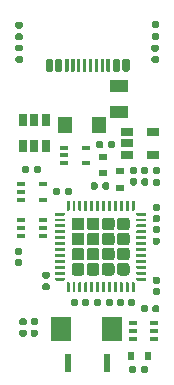
<source format=gbr>
%TF.GenerationSoftware,KiCad,Pcbnew,(5.1.6-0-10_14)*%
%TF.CreationDate,2022-02-28T20:49:00-06:00*%
%TF.ProjectId,Bonsai_C4,426f6e73-6169-45f4-9334-2e6b69636164,rev?*%
%TF.SameCoordinates,Original*%
%TF.FileFunction,Paste,Top*%
%TF.FilePolarity,Positive*%
%FSLAX46Y46*%
G04 Gerber Fmt 4.6, Leading zero omitted, Abs format (unit mm)*
G04 Created by KiCad (PCBNEW (5.1.6-0-10_14)) date 2022-02-28 20:49:00*
%MOMM*%
%LPD*%
G01*
G04 APERTURE LIST*
%ADD10R,0.550000X1.500000*%
%ADD11R,0.650000X1.060000*%
%ADD12R,0.700000X0.600000*%
%ADD13R,1.300000X1.400000*%
%ADD14R,0.650000X0.400000*%
%ADD15R,0.660000X0.300000*%
%ADD16R,0.600000X0.700000*%
%ADD17R,1.060000X0.650000*%
%ADD18R,1.778000X2.032000*%
%ADD19R,1.500000X1.000000*%
G04 APERTURE END LIST*
%TO.C,J3*%
G36*
G01*
X105470000Y-102125000D02*
X105470000Y-102965000D01*
G75*
G02*
X105320000Y-103115000I-150000J0D01*
G01*
X105020000Y-103115000D01*
G75*
G02*
X104870000Y-102965000I0J150000D01*
G01*
X104870000Y-102125000D01*
G75*
G02*
X105020000Y-101975000I150000J0D01*
G01*
X105320000Y-101975000D01*
G75*
G02*
X105470000Y-102125000I0J-150000D01*
G01*
G37*
G36*
G01*
X104670000Y-102125000D02*
X104670000Y-102965000D01*
G75*
G02*
X104520000Y-103115000I-150000J0D01*
G01*
X104220000Y-103115000D01*
G75*
G02*
X104070000Y-102965000I0J150000D01*
G01*
X104070000Y-102125000D01*
G75*
G02*
X104220000Y-101975000I150000J0D01*
G01*
X104520000Y-101975000D01*
G75*
G02*
X104670000Y-102125000I0J-150000D01*
G01*
G37*
G36*
G01*
X110370000Y-102125000D02*
X110370000Y-102965000D01*
G75*
G02*
X110220000Y-103115000I-150000J0D01*
G01*
X109920000Y-103115000D01*
G75*
G02*
X109770000Y-102965000I0J150000D01*
G01*
X109770000Y-102125000D01*
G75*
G02*
X109920000Y-101975000I150000J0D01*
G01*
X110220000Y-101975000D01*
G75*
G02*
X110370000Y-102125000I0J-150000D01*
G01*
G37*
G36*
G01*
X107520000Y-102050000D02*
X107520000Y-103040000D01*
G75*
G02*
X107445000Y-103115000I-75000J0D01*
G01*
X107295000Y-103115000D01*
G75*
G02*
X107220000Y-103040000I0J75000D01*
G01*
X107220000Y-102050000D01*
G75*
G02*
X107295000Y-101975000I75000J0D01*
G01*
X107445000Y-101975000D01*
G75*
G02*
X107520000Y-102050000I0J-75000D01*
G01*
G37*
G36*
G01*
X107020000Y-102050000D02*
X107020000Y-103040000D01*
G75*
G02*
X106945000Y-103115000I-75000J0D01*
G01*
X106795000Y-103115000D01*
G75*
G02*
X106720000Y-103040000I0J75000D01*
G01*
X106720000Y-102050000D01*
G75*
G02*
X106795000Y-101975000I75000J0D01*
G01*
X106945000Y-101975000D01*
G75*
G02*
X107020000Y-102050000I0J-75000D01*
G01*
G37*
G36*
G01*
X106520000Y-102050000D02*
X106520000Y-103040000D01*
G75*
G02*
X106445000Y-103115000I-75000J0D01*
G01*
X106295000Y-103115000D01*
G75*
G02*
X106220000Y-103040000I0J75000D01*
G01*
X106220000Y-102050000D01*
G75*
G02*
X106295000Y-101975000I75000J0D01*
G01*
X106445000Y-101975000D01*
G75*
G02*
X106520000Y-102050000I0J-75000D01*
G01*
G37*
G36*
G01*
X106020000Y-102050000D02*
X106020000Y-103040000D01*
G75*
G02*
X105945000Y-103115000I-75000J0D01*
G01*
X105795000Y-103115000D01*
G75*
G02*
X105720000Y-103040000I0J75000D01*
G01*
X105720000Y-102050000D01*
G75*
G02*
X105795000Y-101975000I75000J0D01*
G01*
X105945000Y-101975000D01*
G75*
G02*
X106020000Y-102050000I0J-75000D01*
G01*
G37*
G36*
G01*
X108020000Y-102050000D02*
X108020000Y-103040000D01*
G75*
G02*
X107945000Y-103115000I-75000J0D01*
G01*
X107795000Y-103115000D01*
G75*
G02*
X107720000Y-103040000I0J75000D01*
G01*
X107720000Y-102050000D01*
G75*
G02*
X107795000Y-101975000I75000J0D01*
G01*
X107945000Y-101975000D01*
G75*
G02*
X108020000Y-102050000I0J-75000D01*
G01*
G37*
G36*
G01*
X108520000Y-102050000D02*
X108520000Y-103040000D01*
G75*
G02*
X108445000Y-103115000I-75000J0D01*
G01*
X108295000Y-103115000D01*
G75*
G02*
X108220000Y-103040000I0J75000D01*
G01*
X108220000Y-102050000D01*
G75*
G02*
X108295000Y-101975000I75000J0D01*
G01*
X108445000Y-101975000D01*
G75*
G02*
X108520000Y-102050000I0J-75000D01*
G01*
G37*
G36*
G01*
X109020000Y-102050000D02*
X109020000Y-103040000D01*
G75*
G02*
X108945000Y-103115000I-75000J0D01*
G01*
X108795000Y-103115000D01*
G75*
G02*
X108720000Y-103040000I0J75000D01*
G01*
X108720000Y-102050000D01*
G75*
G02*
X108795000Y-101975000I75000J0D01*
G01*
X108945000Y-101975000D01*
G75*
G02*
X109020000Y-102050000I0J-75000D01*
G01*
G37*
G36*
G01*
X109520000Y-102050000D02*
X109520000Y-103040000D01*
G75*
G02*
X109445000Y-103115000I-75000J0D01*
G01*
X109295000Y-103115000D01*
G75*
G02*
X109220000Y-103040000I0J75000D01*
G01*
X109220000Y-102050000D01*
G75*
G02*
X109295000Y-101975000I75000J0D01*
G01*
X109445000Y-101975000D01*
G75*
G02*
X109520000Y-102050000I0J-75000D01*
G01*
G37*
G36*
G01*
X111170000Y-102130000D02*
X111170000Y-102960000D01*
G75*
G02*
X111020000Y-103110000I-150000J0D01*
G01*
X110720000Y-103110000D01*
G75*
G02*
X110570000Y-102960000I0J150000D01*
G01*
X110570000Y-102130000D01*
G75*
G02*
X110720000Y-101980000I150000J0D01*
G01*
X111020000Y-101980000D01*
G75*
G02*
X111170000Y-102130000I0J-150000D01*
G01*
G37*
%TD*%
D10*
%TO.C,K1*%
X105995000Y-127780000D03*
X109245000Y-127780000D03*
%TD*%
%TO.C,U3*%
G36*
G01*
X107101717Y-120344717D02*
X106517283Y-120344717D01*
G75*
G02*
X106267283Y-120094717I0J250000D01*
G01*
X106267283Y-119510283D01*
G75*
G02*
X106517283Y-119260283I250000J0D01*
G01*
X107101717Y-119260283D01*
G75*
G02*
X107351717Y-119510283I0J-250000D01*
G01*
X107351717Y-120094717D01*
G75*
G02*
X107101717Y-120344717I-250000J0D01*
G01*
G37*
G36*
G01*
X108376717Y-120344717D02*
X107792283Y-120344717D01*
G75*
G02*
X107542283Y-120094717I0J250000D01*
G01*
X107542283Y-119510283D01*
G75*
G02*
X107792283Y-119260283I250000J0D01*
G01*
X108376717Y-119260283D01*
G75*
G02*
X108626717Y-119510283I0J-250000D01*
G01*
X108626717Y-120094717D01*
G75*
G02*
X108376717Y-120344717I-250000J0D01*
G01*
G37*
G36*
G01*
X109651717Y-120344717D02*
X109067283Y-120344717D01*
G75*
G02*
X108817283Y-120094717I0J250000D01*
G01*
X108817283Y-119510283D01*
G75*
G02*
X109067283Y-119260283I250000J0D01*
G01*
X109651717Y-119260283D01*
G75*
G02*
X109901717Y-119510283I0J-250000D01*
G01*
X109901717Y-120094717D01*
G75*
G02*
X109651717Y-120344717I-250000J0D01*
G01*
G37*
G36*
G01*
X110926717Y-120344717D02*
X110342283Y-120344717D01*
G75*
G02*
X110092283Y-120094717I0J250000D01*
G01*
X110092283Y-119510283D01*
G75*
G02*
X110342283Y-119260283I250000J0D01*
G01*
X110926717Y-119260283D01*
G75*
G02*
X111176717Y-119510283I0J-250000D01*
G01*
X111176717Y-120094717D01*
G75*
G02*
X110926717Y-120344717I-250000J0D01*
G01*
G37*
G36*
G01*
X107101717Y-119069717D02*
X106517283Y-119069717D01*
G75*
G02*
X106267283Y-118819717I0J250000D01*
G01*
X106267283Y-118235283D01*
G75*
G02*
X106517283Y-117985283I250000J0D01*
G01*
X107101717Y-117985283D01*
G75*
G02*
X107351717Y-118235283I0J-250000D01*
G01*
X107351717Y-118819717D01*
G75*
G02*
X107101717Y-119069717I-250000J0D01*
G01*
G37*
G36*
G01*
X108376717Y-119069717D02*
X107792283Y-119069717D01*
G75*
G02*
X107542283Y-118819717I0J250000D01*
G01*
X107542283Y-118235283D01*
G75*
G02*
X107792283Y-117985283I250000J0D01*
G01*
X108376717Y-117985283D01*
G75*
G02*
X108626717Y-118235283I0J-250000D01*
G01*
X108626717Y-118819717D01*
G75*
G02*
X108376717Y-119069717I-250000J0D01*
G01*
G37*
G36*
G01*
X109651717Y-119069717D02*
X109067283Y-119069717D01*
G75*
G02*
X108817283Y-118819717I0J250000D01*
G01*
X108817283Y-118235283D01*
G75*
G02*
X109067283Y-117985283I250000J0D01*
G01*
X109651717Y-117985283D01*
G75*
G02*
X109901717Y-118235283I0J-250000D01*
G01*
X109901717Y-118819717D01*
G75*
G02*
X109651717Y-119069717I-250000J0D01*
G01*
G37*
G36*
G01*
X110926717Y-119069717D02*
X110342283Y-119069717D01*
G75*
G02*
X110092283Y-118819717I0J250000D01*
G01*
X110092283Y-118235283D01*
G75*
G02*
X110342283Y-117985283I250000J0D01*
G01*
X110926717Y-117985283D01*
G75*
G02*
X111176717Y-118235283I0J-250000D01*
G01*
X111176717Y-118819717D01*
G75*
G02*
X110926717Y-119069717I-250000J0D01*
G01*
G37*
G36*
G01*
X107101717Y-117794717D02*
X106517283Y-117794717D01*
G75*
G02*
X106267283Y-117544717I0J250000D01*
G01*
X106267283Y-116960283D01*
G75*
G02*
X106517283Y-116710283I250000J0D01*
G01*
X107101717Y-116710283D01*
G75*
G02*
X107351717Y-116960283I0J-250000D01*
G01*
X107351717Y-117544717D01*
G75*
G02*
X107101717Y-117794717I-250000J0D01*
G01*
G37*
G36*
G01*
X108376717Y-117794717D02*
X107792283Y-117794717D01*
G75*
G02*
X107542283Y-117544717I0J250000D01*
G01*
X107542283Y-116960283D01*
G75*
G02*
X107792283Y-116710283I250000J0D01*
G01*
X108376717Y-116710283D01*
G75*
G02*
X108626717Y-116960283I0J-250000D01*
G01*
X108626717Y-117544717D01*
G75*
G02*
X108376717Y-117794717I-250000J0D01*
G01*
G37*
G36*
G01*
X109651717Y-117794717D02*
X109067283Y-117794717D01*
G75*
G02*
X108817283Y-117544717I0J250000D01*
G01*
X108817283Y-116960283D01*
G75*
G02*
X109067283Y-116710283I250000J0D01*
G01*
X109651717Y-116710283D01*
G75*
G02*
X109901717Y-116960283I0J-250000D01*
G01*
X109901717Y-117544717D01*
G75*
G02*
X109651717Y-117794717I-250000J0D01*
G01*
G37*
G36*
G01*
X110926717Y-117794717D02*
X110342283Y-117794717D01*
G75*
G02*
X110092283Y-117544717I0J250000D01*
G01*
X110092283Y-116960283D01*
G75*
G02*
X110342283Y-116710283I250000J0D01*
G01*
X110926717Y-116710283D01*
G75*
G02*
X111176717Y-116960283I0J-250000D01*
G01*
X111176717Y-117544717D01*
G75*
G02*
X110926717Y-117794717I-250000J0D01*
G01*
G37*
G36*
G01*
X107101717Y-116519717D02*
X106517283Y-116519717D01*
G75*
G02*
X106267283Y-116269717I0J250000D01*
G01*
X106267283Y-115685283D01*
G75*
G02*
X106517283Y-115435283I250000J0D01*
G01*
X107101717Y-115435283D01*
G75*
G02*
X107351717Y-115685283I0J-250000D01*
G01*
X107351717Y-116269717D01*
G75*
G02*
X107101717Y-116519717I-250000J0D01*
G01*
G37*
G36*
G01*
X108376717Y-116519717D02*
X107792283Y-116519717D01*
G75*
G02*
X107542283Y-116269717I0J250000D01*
G01*
X107542283Y-115685283D01*
G75*
G02*
X107792283Y-115435283I250000J0D01*
G01*
X108376717Y-115435283D01*
G75*
G02*
X108626717Y-115685283I0J-250000D01*
G01*
X108626717Y-116269717D01*
G75*
G02*
X108376717Y-116519717I-250000J0D01*
G01*
G37*
G36*
G01*
X109651717Y-116519717D02*
X109067283Y-116519717D01*
G75*
G02*
X108817283Y-116269717I0J250000D01*
G01*
X108817283Y-115685283D01*
G75*
G02*
X109067283Y-115435283I250000J0D01*
G01*
X109651717Y-115435283D01*
G75*
G02*
X109901717Y-115685283I0J-250000D01*
G01*
X109901717Y-116269717D01*
G75*
G02*
X109651717Y-116519717I-250000J0D01*
G01*
G37*
G36*
G01*
X110926717Y-116519717D02*
X110342283Y-116519717D01*
G75*
G02*
X110092283Y-116269717I0J250000D01*
G01*
X110092283Y-115685283D01*
G75*
G02*
X110342283Y-115435283I250000J0D01*
G01*
X110926717Y-115435283D01*
G75*
G02*
X111176717Y-115685283I0J-250000D01*
G01*
X111176717Y-116269717D01*
G75*
G02*
X110926717Y-116519717I-250000J0D01*
G01*
G37*
G36*
G01*
X106034500Y-121765000D02*
X105909500Y-121765000D01*
G75*
G02*
X105847000Y-121702500I0J62500D01*
G01*
X105847000Y-120952500D01*
G75*
G02*
X105909500Y-120890000I62500J0D01*
G01*
X106034500Y-120890000D01*
G75*
G02*
X106097000Y-120952500I0J-62500D01*
G01*
X106097000Y-121702500D01*
G75*
G02*
X106034500Y-121765000I-62500J0D01*
G01*
G37*
G36*
G01*
X106534500Y-121765000D02*
X106409500Y-121765000D01*
G75*
G02*
X106347000Y-121702500I0J62500D01*
G01*
X106347000Y-120952500D01*
G75*
G02*
X106409500Y-120890000I62500J0D01*
G01*
X106534500Y-120890000D01*
G75*
G02*
X106597000Y-120952500I0J-62500D01*
G01*
X106597000Y-121702500D01*
G75*
G02*
X106534500Y-121765000I-62500J0D01*
G01*
G37*
G36*
G01*
X107034500Y-121765000D02*
X106909500Y-121765000D01*
G75*
G02*
X106847000Y-121702500I0J62500D01*
G01*
X106847000Y-120952500D01*
G75*
G02*
X106909500Y-120890000I62500J0D01*
G01*
X107034500Y-120890000D01*
G75*
G02*
X107097000Y-120952500I0J-62500D01*
G01*
X107097000Y-121702500D01*
G75*
G02*
X107034500Y-121765000I-62500J0D01*
G01*
G37*
G36*
G01*
X107534500Y-121765000D02*
X107409500Y-121765000D01*
G75*
G02*
X107347000Y-121702500I0J62500D01*
G01*
X107347000Y-120952500D01*
G75*
G02*
X107409500Y-120890000I62500J0D01*
G01*
X107534500Y-120890000D01*
G75*
G02*
X107597000Y-120952500I0J-62500D01*
G01*
X107597000Y-121702500D01*
G75*
G02*
X107534500Y-121765000I-62500J0D01*
G01*
G37*
G36*
G01*
X108034500Y-121765000D02*
X107909500Y-121765000D01*
G75*
G02*
X107847000Y-121702500I0J62500D01*
G01*
X107847000Y-120952500D01*
G75*
G02*
X107909500Y-120890000I62500J0D01*
G01*
X108034500Y-120890000D01*
G75*
G02*
X108097000Y-120952500I0J-62500D01*
G01*
X108097000Y-121702500D01*
G75*
G02*
X108034500Y-121765000I-62500J0D01*
G01*
G37*
G36*
G01*
X108534500Y-121765000D02*
X108409500Y-121765000D01*
G75*
G02*
X108347000Y-121702500I0J62500D01*
G01*
X108347000Y-120952500D01*
G75*
G02*
X108409500Y-120890000I62500J0D01*
G01*
X108534500Y-120890000D01*
G75*
G02*
X108597000Y-120952500I0J-62500D01*
G01*
X108597000Y-121702500D01*
G75*
G02*
X108534500Y-121765000I-62500J0D01*
G01*
G37*
G36*
G01*
X109034500Y-121765000D02*
X108909500Y-121765000D01*
G75*
G02*
X108847000Y-121702500I0J62500D01*
G01*
X108847000Y-120952500D01*
G75*
G02*
X108909500Y-120890000I62500J0D01*
G01*
X109034500Y-120890000D01*
G75*
G02*
X109097000Y-120952500I0J-62500D01*
G01*
X109097000Y-121702500D01*
G75*
G02*
X109034500Y-121765000I-62500J0D01*
G01*
G37*
G36*
G01*
X109534500Y-121765000D02*
X109409500Y-121765000D01*
G75*
G02*
X109347000Y-121702500I0J62500D01*
G01*
X109347000Y-120952500D01*
G75*
G02*
X109409500Y-120890000I62500J0D01*
G01*
X109534500Y-120890000D01*
G75*
G02*
X109597000Y-120952500I0J-62500D01*
G01*
X109597000Y-121702500D01*
G75*
G02*
X109534500Y-121765000I-62500J0D01*
G01*
G37*
G36*
G01*
X110034500Y-121765000D02*
X109909500Y-121765000D01*
G75*
G02*
X109847000Y-121702500I0J62500D01*
G01*
X109847000Y-120952500D01*
G75*
G02*
X109909500Y-120890000I62500J0D01*
G01*
X110034500Y-120890000D01*
G75*
G02*
X110097000Y-120952500I0J-62500D01*
G01*
X110097000Y-121702500D01*
G75*
G02*
X110034500Y-121765000I-62500J0D01*
G01*
G37*
G36*
G01*
X110534500Y-121765000D02*
X110409500Y-121765000D01*
G75*
G02*
X110347000Y-121702500I0J62500D01*
G01*
X110347000Y-120952500D01*
G75*
G02*
X110409500Y-120890000I62500J0D01*
G01*
X110534500Y-120890000D01*
G75*
G02*
X110597000Y-120952500I0J-62500D01*
G01*
X110597000Y-121702500D01*
G75*
G02*
X110534500Y-121765000I-62500J0D01*
G01*
G37*
G36*
G01*
X111034500Y-121765000D02*
X110909500Y-121765000D01*
G75*
G02*
X110847000Y-121702500I0J62500D01*
G01*
X110847000Y-120952500D01*
G75*
G02*
X110909500Y-120890000I62500J0D01*
G01*
X111034500Y-120890000D01*
G75*
G02*
X111097000Y-120952500I0J-62500D01*
G01*
X111097000Y-121702500D01*
G75*
G02*
X111034500Y-121765000I-62500J0D01*
G01*
G37*
G36*
G01*
X111534500Y-121765000D02*
X111409500Y-121765000D01*
G75*
G02*
X111347000Y-121702500I0J62500D01*
G01*
X111347000Y-120952500D01*
G75*
G02*
X111409500Y-120890000I62500J0D01*
G01*
X111534500Y-120890000D01*
G75*
G02*
X111597000Y-120952500I0J-62500D01*
G01*
X111597000Y-121702500D01*
G75*
G02*
X111534500Y-121765000I-62500J0D01*
G01*
G37*
G36*
G01*
X112534500Y-120765000D02*
X111784500Y-120765000D01*
G75*
G02*
X111722000Y-120702500I0J62500D01*
G01*
X111722000Y-120577500D01*
G75*
G02*
X111784500Y-120515000I62500J0D01*
G01*
X112534500Y-120515000D01*
G75*
G02*
X112597000Y-120577500I0J-62500D01*
G01*
X112597000Y-120702500D01*
G75*
G02*
X112534500Y-120765000I-62500J0D01*
G01*
G37*
G36*
G01*
X112534500Y-120265000D02*
X111784500Y-120265000D01*
G75*
G02*
X111722000Y-120202500I0J62500D01*
G01*
X111722000Y-120077500D01*
G75*
G02*
X111784500Y-120015000I62500J0D01*
G01*
X112534500Y-120015000D01*
G75*
G02*
X112597000Y-120077500I0J-62500D01*
G01*
X112597000Y-120202500D01*
G75*
G02*
X112534500Y-120265000I-62500J0D01*
G01*
G37*
G36*
G01*
X112534500Y-119765000D02*
X111784500Y-119765000D01*
G75*
G02*
X111722000Y-119702500I0J62500D01*
G01*
X111722000Y-119577500D01*
G75*
G02*
X111784500Y-119515000I62500J0D01*
G01*
X112534500Y-119515000D01*
G75*
G02*
X112597000Y-119577500I0J-62500D01*
G01*
X112597000Y-119702500D01*
G75*
G02*
X112534500Y-119765000I-62500J0D01*
G01*
G37*
G36*
G01*
X112534500Y-119265000D02*
X111784500Y-119265000D01*
G75*
G02*
X111722000Y-119202500I0J62500D01*
G01*
X111722000Y-119077500D01*
G75*
G02*
X111784500Y-119015000I62500J0D01*
G01*
X112534500Y-119015000D01*
G75*
G02*
X112597000Y-119077500I0J-62500D01*
G01*
X112597000Y-119202500D01*
G75*
G02*
X112534500Y-119265000I-62500J0D01*
G01*
G37*
G36*
G01*
X112534500Y-118765000D02*
X111784500Y-118765000D01*
G75*
G02*
X111722000Y-118702500I0J62500D01*
G01*
X111722000Y-118577500D01*
G75*
G02*
X111784500Y-118515000I62500J0D01*
G01*
X112534500Y-118515000D01*
G75*
G02*
X112597000Y-118577500I0J-62500D01*
G01*
X112597000Y-118702500D01*
G75*
G02*
X112534500Y-118765000I-62500J0D01*
G01*
G37*
G36*
G01*
X112534500Y-118265000D02*
X111784500Y-118265000D01*
G75*
G02*
X111722000Y-118202500I0J62500D01*
G01*
X111722000Y-118077500D01*
G75*
G02*
X111784500Y-118015000I62500J0D01*
G01*
X112534500Y-118015000D01*
G75*
G02*
X112597000Y-118077500I0J-62500D01*
G01*
X112597000Y-118202500D01*
G75*
G02*
X112534500Y-118265000I-62500J0D01*
G01*
G37*
G36*
G01*
X112534500Y-117765000D02*
X111784500Y-117765000D01*
G75*
G02*
X111722000Y-117702500I0J62500D01*
G01*
X111722000Y-117577500D01*
G75*
G02*
X111784500Y-117515000I62500J0D01*
G01*
X112534500Y-117515000D01*
G75*
G02*
X112597000Y-117577500I0J-62500D01*
G01*
X112597000Y-117702500D01*
G75*
G02*
X112534500Y-117765000I-62500J0D01*
G01*
G37*
G36*
G01*
X112534500Y-117265000D02*
X111784500Y-117265000D01*
G75*
G02*
X111722000Y-117202500I0J62500D01*
G01*
X111722000Y-117077500D01*
G75*
G02*
X111784500Y-117015000I62500J0D01*
G01*
X112534500Y-117015000D01*
G75*
G02*
X112597000Y-117077500I0J-62500D01*
G01*
X112597000Y-117202500D01*
G75*
G02*
X112534500Y-117265000I-62500J0D01*
G01*
G37*
G36*
G01*
X112534500Y-116765000D02*
X111784500Y-116765000D01*
G75*
G02*
X111722000Y-116702500I0J62500D01*
G01*
X111722000Y-116577500D01*
G75*
G02*
X111784500Y-116515000I62500J0D01*
G01*
X112534500Y-116515000D01*
G75*
G02*
X112597000Y-116577500I0J-62500D01*
G01*
X112597000Y-116702500D01*
G75*
G02*
X112534500Y-116765000I-62500J0D01*
G01*
G37*
G36*
G01*
X112534500Y-116265000D02*
X111784500Y-116265000D01*
G75*
G02*
X111722000Y-116202500I0J62500D01*
G01*
X111722000Y-116077500D01*
G75*
G02*
X111784500Y-116015000I62500J0D01*
G01*
X112534500Y-116015000D01*
G75*
G02*
X112597000Y-116077500I0J-62500D01*
G01*
X112597000Y-116202500D01*
G75*
G02*
X112534500Y-116265000I-62500J0D01*
G01*
G37*
G36*
G01*
X112534500Y-115765000D02*
X111784500Y-115765000D01*
G75*
G02*
X111722000Y-115702500I0J62500D01*
G01*
X111722000Y-115577500D01*
G75*
G02*
X111784500Y-115515000I62500J0D01*
G01*
X112534500Y-115515000D01*
G75*
G02*
X112597000Y-115577500I0J-62500D01*
G01*
X112597000Y-115702500D01*
G75*
G02*
X112534500Y-115765000I-62500J0D01*
G01*
G37*
G36*
G01*
X112534500Y-115265000D02*
X111784500Y-115265000D01*
G75*
G02*
X111722000Y-115202500I0J62500D01*
G01*
X111722000Y-115077500D01*
G75*
G02*
X111784500Y-115015000I62500J0D01*
G01*
X112534500Y-115015000D01*
G75*
G02*
X112597000Y-115077500I0J-62500D01*
G01*
X112597000Y-115202500D01*
G75*
G02*
X112534500Y-115265000I-62500J0D01*
G01*
G37*
G36*
G01*
X111534500Y-114890000D02*
X111409500Y-114890000D01*
G75*
G02*
X111347000Y-114827500I0J62500D01*
G01*
X111347000Y-114077500D01*
G75*
G02*
X111409500Y-114015000I62500J0D01*
G01*
X111534500Y-114015000D01*
G75*
G02*
X111597000Y-114077500I0J-62500D01*
G01*
X111597000Y-114827500D01*
G75*
G02*
X111534500Y-114890000I-62500J0D01*
G01*
G37*
G36*
G01*
X111034500Y-114890000D02*
X110909500Y-114890000D01*
G75*
G02*
X110847000Y-114827500I0J62500D01*
G01*
X110847000Y-114077500D01*
G75*
G02*
X110909500Y-114015000I62500J0D01*
G01*
X111034500Y-114015000D01*
G75*
G02*
X111097000Y-114077500I0J-62500D01*
G01*
X111097000Y-114827500D01*
G75*
G02*
X111034500Y-114890000I-62500J0D01*
G01*
G37*
G36*
G01*
X110534500Y-114890000D02*
X110409500Y-114890000D01*
G75*
G02*
X110347000Y-114827500I0J62500D01*
G01*
X110347000Y-114077500D01*
G75*
G02*
X110409500Y-114015000I62500J0D01*
G01*
X110534500Y-114015000D01*
G75*
G02*
X110597000Y-114077500I0J-62500D01*
G01*
X110597000Y-114827500D01*
G75*
G02*
X110534500Y-114890000I-62500J0D01*
G01*
G37*
G36*
G01*
X110034500Y-114890000D02*
X109909500Y-114890000D01*
G75*
G02*
X109847000Y-114827500I0J62500D01*
G01*
X109847000Y-114077500D01*
G75*
G02*
X109909500Y-114015000I62500J0D01*
G01*
X110034500Y-114015000D01*
G75*
G02*
X110097000Y-114077500I0J-62500D01*
G01*
X110097000Y-114827500D01*
G75*
G02*
X110034500Y-114890000I-62500J0D01*
G01*
G37*
G36*
G01*
X109534500Y-114890000D02*
X109409500Y-114890000D01*
G75*
G02*
X109347000Y-114827500I0J62500D01*
G01*
X109347000Y-114077500D01*
G75*
G02*
X109409500Y-114015000I62500J0D01*
G01*
X109534500Y-114015000D01*
G75*
G02*
X109597000Y-114077500I0J-62500D01*
G01*
X109597000Y-114827500D01*
G75*
G02*
X109534500Y-114890000I-62500J0D01*
G01*
G37*
G36*
G01*
X109034500Y-114890000D02*
X108909500Y-114890000D01*
G75*
G02*
X108847000Y-114827500I0J62500D01*
G01*
X108847000Y-114077500D01*
G75*
G02*
X108909500Y-114015000I62500J0D01*
G01*
X109034500Y-114015000D01*
G75*
G02*
X109097000Y-114077500I0J-62500D01*
G01*
X109097000Y-114827500D01*
G75*
G02*
X109034500Y-114890000I-62500J0D01*
G01*
G37*
G36*
G01*
X108534500Y-114890000D02*
X108409500Y-114890000D01*
G75*
G02*
X108347000Y-114827500I0J62500D01*
G01*
X108347000Y-114077500D01*
G75*
G02*
X108409500Y-114015000I62500J0D01*
G01*
X108534500Y-114015000D01*
G75*
G02*
X108597000Y-114077500I0J-62500D01*
G01*
X108597000Y-114827500D01*
G75*
G02*
X108534500Y-114890000I-62500J0D01*
G01*
G37*
G36*
G01*
X108034500Y-114890000D02*
X107909500Y-114890000D01*
G75*
G02*
X107847000Y-114827500I0J62500D01*
G01*
X107847000Y-114077500D01*
G75*
G02*
X107909500Y-114015000I62500J0D01*
G01*
X108034500Y-114015000D01*
G75*
G02*
X108097000Y-114077500I0J-62500D01*
G01*
X108097000Y-114827500D01*
G75*
G02*
X108034500Y-114890000I-62500J0D01*
G01*
G37*
G36*
G01*
X107534500Y-114890000D02*
X107409500Y-114890000D01*
G75*
G02*
X107347000Y-114827500I0J62500D01*
G01*
X107347000Y-114077500D01*
G75*
G02*
X107409500Y-114015000I62500J0D01*
G01*
X107534500Y-114015000D01*
G75*
G02*
X107597000Y-114077500I0J-62500D01*
G01*
X107597000Y-114827500D01*
G75*
G02*
X107534500Y-114890000I-62500J0D01*
G01*
G37*
G36*
G01*
X107034500Y-114890000D02*
X106909500Y-114890000D01*
G75*
G02*
X106847000Y-114827500I0J62500D01*
G01*
X106847000Y-114077500D01*
G75*
G02*
X106909500Y-114015000I62500J0D01*
G01*
X107034500Y-114015000D01*
G75*
G02*
X107097000Y-114077500I0J-62500D01*
G01*
X107097000Y-114827500D01*
G75*
G02*
X107034500Y-114890000I-62500J0D01*
G01*
G37*
G36*
G01*
X106534500Y-114890000D02*
X106409500Y-114890000D01*
G75*
G02*
X106347000Y-114827500I0J62500D01*
G01*
X106347000Y-114077500D01*
G75*
G02*
X106409500Y-114015000I62500J0D01*
G01*
X106534500Y-114015000D01*
G75*
G02*
X106597000Y-114077500I0J-62500D01*
G01*
X106597000Y-114827500D01*
G75*
G02*
X106534500Y-114890000I-62500J0D01*
G01*
G37*
G36*
G01*
X106034500Y-114890000D02*
X105909500Y-114890000D01*
G75*
G02*
X105847000Y-114827500I0J62500D01*
G01*
X105847000Y-114077500D01*
G75*
G02*
X105909500Y-114015000I62500J0D01*
G01*
X106034500Y-114015000D01*
G75*
G02*
X106097000Y-114077500I0J-62500D01*
G01*
X106097000Y-114827500D01*
G75*
G02*
X106034500Y-114890000I-62500J0D01*
G01*
G37*
G36*
G01*
X105659500Y-115265000D02*
X104909500Y-115265000D01*
G75*
G02*
X104847000Y-115202500I0J62500D01*
G01*
X104847000Y-115077500D01*
G75*
G02*
X104909500Y-115015000I62500J0D01*
G01*
X105659500Y-115015000D01*
G75*
G02*
X105722000Y-115077500I0J-62500D01*
G01*
X105722000Y-115202500D01*
G75*
G02*
X105659500Y-115265000I-62500J0D01*
G01*
G37*
G36*
G01*
X105659500Y-115765000D02*
X104909500Y-115765000D01*
G75*
G02*
X104847000Y-115702500I0J62500D01*
G01*
X104847000Y-115577500D01*
G75*
G02*
X104909500Y-115515000I62500J0D01*
G01*
X105659500Y-115515000D01*
G75*
G02*
X105722000Y-115577500I0J-62500D01*
G01*
X105722000Y-115702500D01*
G75*
G02*
X105659500Y-115765000I-62500J0D01*
G01*
G37*
G36*
G01*
X105659500Y-116265000D02*
X104909500Y-116265000D01*
G75*
G02*
X104847000Y-116202500I0J62500D01*
G01*
X104847000Y-116077500D01*
G75*
G02*
X104909500Y-116015000I62500J0D01*
G01*
X105659500Y-116015000D01*
G75*
G02*
X105722000Y-116077500I0J-62500D01*
G01*
X105722000Y-116202500D01*
G75*
G02*
X105659500Y-116265000I-62500J0D01*
G01*
G37*
G36*
G01*
X105659500Y-116765000D02*
X104909500Y-116765000D01*
G75*
G02*
X104847000Y-116702500I0J62500D01*
G01*
X104847000Y-116577500D01*
G75*
G02*
X104909500Y-116515000I62500J0D01*
G01*
X105659500Y-116515000D01*
G75*
G02*
X105722000Y-116577500I0J-62500D01*
G01*
X105722000Y-116702500D01*
G75*
G02*
X105659500Y-116765000I-62500J0D01*
G01*
G37*
G36*
G01*
X105659500Y-117265000D02*
X104909500Y-117265000D01*
G75*
G02*
X104847000Y-117202500I0J62500D01*
G01*
X104847000Y-117077500D01*
G75*
G02*
X104909500Y-117015000I62500J0D01*
G01*
X105659500Y-117015000D01*
G75*
G02*
X105722000Y-117077500I0J-62500D01*
G01*
X105722000Y-117202500D01*
G75*
G02*
X105659500Y-117265000I-62500J0D01*
G01*
G37*
G36*
G01*
X105659500Y-117765000D02*
X104909500Y-117765000D01*
G75*
G02*
X104847000Y-117702500I0J62500D01*
G01*
X104847000Y-117577500D01*
G75*
G02*
X104909500Y-117515000I62500J0D01*
G01*
X105659500Y-117515000D01*
G75*
G02*
X105722000Y-117577500I0J-62500D01*
G01*
X105722000Y-117702500D01*
G75*
G02*
X105659500Y-117765000I-62500J0D01*
G01*
G37*
G36*
G01*
X105659500Y-118265000D02*
X104909500Y-118265000D01*
G75*
G02*
X104847000Y-118202500I0J62500D01*
G01*
X104847000Y-118077500D01*
G75*
G02*
X104909500Y-118015000I62500J0D01*
G01*
X105659500Y-118015000D01*
G75*
G02*
X105722000Y-118077500I0J-62500D01*
G01*
X105722000Y-118202500D01*
G75*
G02*
X105659500Y-118265000I-62500J0D01*
G01*
G37*
G36*
G01*
X105659500Y-118765000D02*
X104909500Y-118765000D01*
G75*
G02*
X104847000Y-118702500I0J62500D01*
G01*
X104847000Y-118577500D01*
G75*
G02*
X104909500Y-118515000I62500J0D01*
G01*
X105659500Y-118515000D01*
G75*
G02*
X105722000Y-118577500I0J-62500D01*
G01*
X105722000Y-118702500D01*
G75*
G02*
X105659500Y-118765000I-62500J0D01*
G01*
G37*
G36*
G01*
X105659500Y-119265000D02*
X104909500Y-119265000D01*
G75*
G02*
X104847000Y-119202500I0J62500D01*
G01*
X104847000Y-119077500D01*
G75*
G02*
X104909500Y-119015000I62500J0D01*
G01*
X105659500Y-119015000D01*
G75*
G02*
X105722000Y-119077500I0J-62500D01*
G01*
X105722000Y-119202500D01*
G75*
G02*
X105659500Y-119265000I-62500J0D01*
G01*
G37*
G36*
G01*
X105659500Y-119765000D02*
X104909500Y-119765000D01*
G75*
G02*
X104847000Y-119702500I0J62500D01*
G01*
X104847000Y-119577500D01*
G75*
G02*
X104909500Y-119515000I62500J0D01*
G01*
X105659500Y-119515000D01*
G75*
G02*
X105722000Y-119577500I0J-62500D01*
G01*
X105722000Y-119702500D01*
G75*
G02*
X105659500Y-119765000I-62500J0D01*
G01*
G37*
G36*
G01*
X105659500Y-120265000D02*
X104909500Y-120265000D01*
G75*
G02*
X104847000Y-120202500I0J62500D01*
G01*
X104847000Y-120077500D01*
G75*
G02*
X104909500Y-120015000I62500J0D01*
G01*
X105659500Y-120015000D01*
G75*
G02*
X105722000Y-120077500I0J-62500D01*
G01*
X105722000Y-120202500D01*
G75*
G02*
X105659500Y-120265000I-62500J0D01*
G01*
G37*
G36*
G01*
X105659500Y-120765000D02*
X104909500Y-120765000D01*
G75*
G02*
X104847000Y-120702500I0J62500D01*
G01*
X104847000Y-120577500D01*
G75*
G02*
X104909500Y-120515000I62500J0D01*
G01*
X105659500Y-120515000D01*
G75*
G02*
X105722000Y-120577500I0J-62500D01*
G01*
X105722000Y-120702500D01*
G75*
G02*
X105659500Y-120765000I-62500J0D01*
G01*
G37*
%TD*%
%TO.C,C11*%
G36*
G01*
X102678000Y-111195500D02*
X102678000Y-111540500D01*
G75*
G02*
X102530500Y-111688000I-147500J0D01*
G01*
X102235500Y-111688000D01*
G75*
G02*
X102088000Y-111540500I0J147500D01*
G01*
X102088000Y-111195500D01*
G75*
G02*
X102235500Y-111048000I147500J0D01*
G01*
X102530500Y-111048000D01*
G75*
G02*
X102678000Y-111195500I0J-147500D01*
G01*
G37*
G36*
G01*
X103648000Y-111195500D02*
X103648000Y-111540500D01*
G75*
G02*
X103500500Y-111688000I-147500J0D01*
G01*
X103205500Y-111688000D01*
G75*
G02*
X103058000Y-111540500I0J147500D01*
G01*
X103058000Y-111195500D01*
G75*
G02*
X103205500Y-111048000I147500J0D01*
G01*
X103500500Y-111048000D01*
G75*
G02*
X103648000Y-111195500I0J-147500D01*
G01*
G37*
%TD*%
D11*
%TO.C,U2*%
X103114000Y-109412000D03*
X104064000Y-109412000D03*
X102164000Y-109412000D03*
X102164000Y-107212000D03*
X103114000Y-107212000D03*
X104064000Y-107212000D03*
%TD*%
%TO.C,R9*%
G36*
G01*
X113626500Y-121018000D02*
X113281500Y-121018000D01*
G75*
G02*
X113134000Y-120870500I0J147500D01*
G01*
X113134000Y-120575500D01*
G75*
G02*
X113281500Y-120428000I147500J0D01*
G01*
X113626500Y-120428000D01*
G75*
G02*
X113774000Y-120575500I0J-147500D01*
G01*
X113774000Y-120870500D01*
G75*
G02*
X113626500Y-121018000I-147500J0D01*
G01*
G37*
G36*
G01*
X113626500Y-121988000D02*
X113281500Y-121988000D01*
G75*
G02*
X113134000Y-121840500I0J147500D01*
G01*
X113134000Y-121545500D01*
G75*
G02*
X113281500Y-121398000I147500J0D01*
G01*
X113626500Y-121398000D01*
G75*
G02*
X113774000Y-121545500I0J-147500D01*
G01*
X113774000Y-121840500D01*
G75*
G02*
X113626500Y-121988000I-147500J0D01*
G01*
G37*
%TD*%
%TO.C,R8*%
G36*
G01*
X108863000Y-112922500D02*
X108863000Y-112577500D01*
G75*
G02*
X109010500Y-112430000I147500J0D01*
G01*
X109305500Y-112430000D01*
G75*
G02*
X109453000Y-112577500I0J-147500D01*
G01*
X109453000Y-112922500D01*
G75*
G02*
X109305500Y-113070000I-147500J0D01*
G01*
X109010500Y-113070000D01*
G75*
G02*
X108863000Y-112922500I0J147500D01*
G01*
G37*
G36*
G01*
X107893000Y-112922500D02*
X107893000Y-112577500D01*
G75*
G02*
X108040500Y-112430000I147500J0D01*
G01*
X108335500Y-112430000D01*
G75*
G02*
X108483000Y-112577500I0J-147500D01*
G01*
X108483000Y-112922500D01*
G75*
G02*
X108335500Y-113070000I-147500J0D01*
G01*
X108040500Y-113070000D01*
G75*
G02*
X107893000Y-112922500I0J147500D01*
G01*
G37*
%TD*%
D12*
%TO.C,D5*%
X110330000Y-111530000D03*
X110330000Y-112930000D03*
%TD*%
D13*
%TO.C,D4*%
X105691000Y-107561000D03*
X108591000Y-107561000D03*
%TD*%
%TO.C,C6*%
G36*
G01*
X113634500Y-112731000D02*
X113289500Y-112731000D01*
G75*
G02*
X113142000Y-112583500I0J147500D01*
G01*
X113142000Y-112288500D01*
G75*
G02*
X113289500Y-112141000I147500J0D01*
G01*
X113634500Y-112141000D01*
G75*
G02*
X113782000Y-112288500I0J-147500D01*
G01*
X113782000Y-112583500D01*
G75*
G02*
X113634500Y-112731000I-147500J0D01*
G01*
G37*
G36*
G01*
X113634500Y-111761000D02*
X113289500Y-111761000D01*
G75*
G02*
X113142000Y-111613500I0J147500D01*
G01*
X113142000Y-111318500D01*
G75*
G02*
X113289500Y-111171000I147500J0D01*
G01*
X113634500Y-111171000D01*
G75*
G02*
X113782000Y-111318500I0J-147500D01*
G01*
X113782000Y-111613500D01*
G75*
G02*
X113634500Y-111761000I-147500J0D01*
G01*
G37*
%TD*%
D12*
%TO.C,D1*%
X108905000Y-111702000D03*
X108905000Y-110302000D03*
%TD*%
%TO.C,C14*%
G36*
G01*
X113273500Y-117127000D02*
X113618500Y-117127000D01*
G75*
G02*
X113766000Y-117274500I0J-147500D01*
G01*
X113766000Y-117569500D01*
G75*
G02*
X113618500Y-117717000I-147500J0D01*
G01*
X113273500Y-117717000D01*
G75*
G02*
X113126000Y-117569500I0J147500D01*
G01*
X113126000Y-117274500D01*
G75*
G02*
X113273500Y-117127000I147500J0D01*
G01*
G37*
G36*
G01*
X113273500Y-116157000D02*
X113618500Y-116157000D01*
G75*
G02*
X113766000Y-116304500I0J-147500D01*
G01*
X113766000Y-116599500D01*
G75*
G02*
X113618500Y-116747000I-147500J0D01*
G01*
X113273500Y-116747000D01*
G75*
G02*
X113126000Y-116599500I0J147500D01*
G01*
X113126000Y-116304500D01*
G75*
G02*
X113273500Y-116157000I147500J0D01*
G01*
G37*
%TD*%
D14*
%TO.C,U5*%
X103859000Y-112625000D03*
X103859000Y-113925000D03*
X101959000Y-113275000D03*
X101959000Y-113925000D03*
X101959000Y-112625000D03*
%TD*%
%TO.C,R7*%
G36*
G01*
X112122000Y-128487500D02*
X112122000Y-128142500D01*
G75*
G02*
X112269500Y-127995000I147500J0D01*
G01*
X112564500Y-127995000D01*
G75*
G02*
X112712000Y-128142500I0J-147500D01*
G01*
X112712000Y-128487500D01*
G75*
G02*
X112564500Y-128635000I-147500J0D01*
G01*
X112269500Y-128635000D01*
G75*
G02*
X112122000Y-128487500I0J147500D01*
G01*
G37*
G36*
G01*
X111152000Y-128487500D02*
X111152000Y-128142500D01*
G75*
G02*
X111299500Y-127995000I147500J0D01*
G01*
X111594500Y-127995000D01*
G75*
G02*
X111742000Y-128142500I0J-147500D01*
G01*
X111742000Y-128487500D01*
G75*
G02*
X111594500Y-128635000I-147500J0D01*
G01*
X111299500Y-128635000D01*
G75*
G02*
X111152000Y-128487500I0J147500D01*
G01*
G37*
%TD*%
%TO.C,R6*%
G36*
G01*
X112182000Y-112580500D02*
X112182000Y-112235500D01*
G75*
G02*
X112329500Y-112088000I147500J0D01*
G01*
X112624500Y-112088000D01*
G75*
G02*
X112772000Y-112235500I0J-147500D01*
G01*
X112772000Y-112580500D01*
G75*
G02*
X112624500Y-112728000I-147500J0D01*
G01*
X112329500Y-112728000D01*
G75*
G02*
X112182000Y-112580500I0J147500D01*
G01*
G37*
G36*
G01*
X111212000Y-112580500D02*
X111212000Y-112235500D01*
G75*
G02*
X111359500Y-112088000I147500J0D01*
G01*
X111654500Y-112088000D01*
G75*
G02*
X111802000Y-112235500I0J-147500D01*
G01*
X111802000Y-112580500D01*
G75*
G02*
X111654500Y-112728000I-147500J0D01*
G01*
X111359500Y-112728000D01*
G75*
G02*
X111212000Y-112580500I0J147500D01*
G01*
G37*
%TD*%
%TO.C,R5*%
G36*
G01*
X111799000Y-111277500D02*
X111799000Y-111622500D01*
G75*
G02*
X111651500Y-111770000I-147500J0D01*
G01*
X111356500Y-111770000D01*
G75*
G02*
X111209000Y-111622500I0J147500D01*
G01*
X111209000Y-111277500D01*
G75*
G02*
X111356500Y-111130000I147500J0D01*
G01*
X111651500Y-111130000D01*
G75*
G02*
X111799000Y-111277500I0J-147500D01*
G01*
G37*
G36*
G01*
X112769000Y-111277500D02*
X112769000Y-111622500D01*
G75*
G02*
X112621500Y-111770000I-147500J0D01*
G01*
X112326500Y-111770000D01*
G75*
G02*
X112179000Y-111622500I0J147500D01*
G01*
X112179000Y-111277500D01*
G75*
G02*
X112326500Y-111130000I147500J0D01*
G01*
X112621500Y-111130000D01*
G75*
G02*
X112769000Y-111277500I0J-147500D01*
G01*
G37*
%TD*%
D15*
%TO.C,Q2*%
X101982000Y-116967000D03*
X101982000Y-115667000D03*
X103822000Y-116317000D03*
X101982000Y-116317000D03*
X103822000Y-115667000D03*
X103822000Y-116967000D03*
%TD*%
D16*
%TO.C,D2*%
X111300000Y-127145000D03*
X112700000Y-127145000D03*
%TD*%
D17*
%TO.C,U1*%
X113132000Y-108205000D03*
X113132000Y-110105000D03*
X110932000Y-110105000D03*
X110932000Y-109155000D03*
X110932000Y-108205000D03*
%TD*%
D14*
%TO.C,U4*%
X107519000Y-109524000D03*
X107519000Y-110824000D03*
X105619000Y-110174000D03*
X105619000Y-110824000D03*
X105619000Y-109524000D03*
%TD*%
D15*
%TO.C,Q1*%
X113272000Y-124390000D03*
X113272000Y-125690000D03*
X111432000Y-125040000D03*
X113272000Y-125040000D03*
X111432000Y-125690000D03*
X111432000Y-124390000D03*
%TD*%
%TO.C,C2*%
G36*
G01*
X113274500Y-115252000D02*
X113619500Y-115252000D01*
G75*
G02*
X113767000Y-115399500I0J-147500D01*
G01*
X113767000Y-115694500D01*
G75*
G02*
X113619500Y-115842000I-147500J0D01*
G01*
X113274500Y-115842000D01*
G75*
G02*
X113127000Y-115694500I0J147500D01*
G01*
X113127000Y-115399500D01*
G75*
G02*
X113274500Y-115252000I147500J0D01*
G01*
G37*
G36*
G01*
X113274500Y-114282000D02*
X113619500Y-114282000D01*
G75*
G02*
X113767000Y-114429500I0J-147500D01*
G01*
X113767000Y-114724500D01*
G75*
G02*
X113619500Y-114872000I-147500J0D01*
G01*
X113274500Y-114872000D01*
G75*
G02*
X113127000Y-114724500I0J147500D01*
G01*
X113127000Y-114429500D01*
G75*
G02*
X113274500Y-114282000I147500J0D01*
G01*
G37*
%TD*%
%TO.C,D3*%
G36*
G01*
X102327500Y-124541000D02*
X101982500Y-124541000D01*
G75*
G02*
X101835000Y-124393500I0J147500D01*
G01*
X101835000Y-124098500D01*
G75*
G02*
X101982500Y-123951000I147500J0D01*
G01*
X102327500Y-123951000D01*
G75*
G02*
X102475000Y-124098500I0J-147500D01*
G01*
X102475000Y-124393500D01*
G75*
G02*
X102327500Y-124541000I-147500J0D01*
G01*
G37*
G36*
G01*
X102327500Y-125511000D02*
X101982500Y-125511000D01*
G75*
G02*
X101835000Y-125363500I0J147500D01*
G01*
X101835000Y-125068500D01*
G75*
G02*
X101982500Y-124921000I147500J0D01*
G01*
X102327500Y-124921000D01*
G75*
G02*
X102475000Y-125068500I0J-147500D01*
G01*
X102475000Y-125363500D01*
G75*
G02*
X102327500Y-125511000I-147500J0D01*
G01*
G37*
%TD*%
D18*
%TO.C,Y1*%
X109668000Y-124880000D03*
X105350000Y-124880000D03*
%TD*%
%TO.C,C3*%
G36*
G01*
X111046000Y-122797500D02*
X111046000Y-122452500D01*
G75*
G02*
X111193500Y-122305000I147500J0D01*
G01*
X111488500Y-122305000D01*
G75*
G02*
X111636000Y-122452500I0J-147500D01*
G01*
X111636000Y-122797500D01*
G75*
G02*
X111488500Y-122945000I-147500J0D01*
G01*
X111193500Y-122945000D01*
G75*
G02*
X111046000Y-122797500I0J147500D01*
G01*
G37*
G36*
G01*
X110076000Y-122797500D02*
X110076000Y-122452500D01*
G75*
G02*
X110223500Y-122305000I147500J0D01*
G01*
X110518500Y-122305000D01*
G75*
G02*
X110666000Y-122452500I0J-147500D01*
G01*
X110666000Y-122797500D01*
G75*
G02*
X110518500Y-122945000I-147500J0D01*
G01*
X110223500Y-122945000D01*
G75*
G02*
X110076000Y-122797500I0J147500D01*
G01*
G37*
%TD*%
%TO.C,C12*%
G36*
G01*
X113185500Y-99787000D02*
X113530500Y-99787000D01*
G75*
G02*
X113678000Y-99934500I0J-147500D01*
G01*
X113678000Y-100229500D01*
G75*
G02*
X113530500Y-100377000I-147500J0D01*
G01*
X113185500Y-100377000D01*
G75*
G02*
X113038000Y-100229500I0J147500D01*
G01*
X113038000Y-99934500D01*
G75*
G02*
X113185500Y-99787000I147500J0D01*
G01*
G37*
G36*
G01*
X113185500Y-98817000D02*
X113530500Y-98817000D01*
G75*
G02*
X113678000Y-98964500I0J-147500D01*
G01*
X113678000Y-99259500D01*
G75*
G02*
X113530500Y-99407000I-147500J0D01*
G01*
X113185500Y-99407000D01*
G75*
G02*
X113038000Y-99259500I0J147500D01*
G01*
X113038000Y-98964500D01*
G75*
G02*
X113185500Y-98817000I147500J0D01*
G01*
G37*
%TD*%
%TO.C,FB1*%
G36*
G01*
X101648500Y-99840000D02*
X101993500Y-99840000D01*
G75*
G02*
X102141000Y-99987500I0J-147500D01*
G01*
X102141000Y-100282500D01*
G75*
G02*
X101993500Y-100430000I-147500J0D01*
G01*
X101648500Y-100430000D01*
G75*
G02*
X101501000Y-100282500I0J147500D01*
G01*
X101501000Y-99987500D01*
G75*
G02*
X101648500Y-99840000I147500J0D01*
G01*
G37*
G36*
G01*
X101648500Y-98870000D02*
X101993500Y-98870000D01*
G75*
G02*
X102141000Y-99017500I0J-147500D01*
G01*
X102141000Y-99312500D01*
G75*
G02*
X101993500Y-99460000I-147500J0D01*
G01*
X101648500Y-99460000D01*
G75*
G02*
X101501000Y-99312500I0J147500D01*
G01*
X101501000Y-99017500D01*
G75*
G02*
X101648500Y-98870000I147500J0D01*
G01*
G37*
%TD*%
%TO.C,R4*%
G36*
G01*
X102938500Y-124921000D02*
X103283500Y-124921000D01*
G75*
G02*
X103431000Y-125068500I0J-147500D01*
G01*
X103431000Y-125363500D01*
G75*
G02*
X103283500Y-125511000I-147500J0D01*
G01*
X102938500Y-125511000D01*
G75*
G02*
X102791000Y-125363500I0J147500D01*
G01*
X102791000Y-125068500D01*
G75*
G02*
X102938500Y-124921000I147500J0D01*
G01*
G37*
G36*
G01*
X102938500Y-123951000D02*
X103283500Y-123951000D01*
G75*
G02*
X103431000Y-124098500I0J-147500D01*
G01*
X103431000Y-124393500D01*
G75*
G02*
X103283500Y-124541000I-147500J0D01*
G01*
X102938500Y-124541000D01*
G75*
G02*
X102791000Y-124393500I0J147500D01*
G01*
X102791000Y-124098500D01*
G75*
G02*
X102938500Y-123951000I147500J0D01*
G01*
G37*
%TD*%
%TO.C,R3*%
G36*
G01*
X101993500Y-101374000D02*
X101648500Y-101374000D01*
G75*
G02*
X101501000Y-101226500I0J147500D01*
G01*
X101501000Y-100931500D01*
G75*
G02*
X101648500Y-100784000I147500J0D01*
G01*
X101993500Y-100784000D01*
G75*
G02*
X102141000Y-100931500I0J-147500D01*
G01*
X102141000Y-101226500D01*
G75*
G02*
X101993500Y-101374000I-147500J0D01*
G01*
G37*
G36*
G01*
X101993500Y-102344000D02*
X101648500Y-102344000D01*
G75*
G02*
X101501000Y-102196500I0J147500D01*
G01*
X101501000Y-101901500D01*
G75*
G02*
X101648500Y-101754000I147500J0D01*
G01*
X101993500Y-101754000D01*
G75*
G02*
X102141000Y-101901500I0J-147500D01*
G01*
X102141000Y-102196500D01*
G75*
G02*
X101993500Y-102344000I-147500J0D01*
G01*
G37*
%TD*%
%TO.C,R2*%
G36*
G01*
X113179500Y-101765000D02*
X113524500Y-101765000D01*
G75*
G02*
X113672000Y-101912500I0J-147500D01*
G01*
X113672000Y-102207500D01*
G75*
G02*
X113524500Y-102355000I-147500J0D01*
G01*
X113179500Y-102355000D01*
G75*
G02*
X113032000Y-102207500I0J147500D01*
G01*
X113032000Y-101912500D01*
G75*
G02*
X113179500Y-101765000I147500J0D01*
G01*
G37*
G36*
G01*
X113179500Y-100795000D02*
X113524500Y-100795000D01*
G75*
G02*
X113672000Y-100942500I0J-147500D01*
G01*
X113672000Y-101237500D01*
G75*
G02*
X113524500Y-101385000I-147500J0D01*
G01*
X113179500Y-101385000D01*
G75*
G02*
X113032000Y-101237500I0J147500D01*
G01*
X113032000Y-100942500D01*
G75*
G02*
X113179500Y-100795000I147500J0D01*
G01*
G37*
%TD*%
%TO.C,R1*%
G36*
G01*
X101593500Y-118961000D02*
X101938500Y-118961000D01*
G75*
G02*
X102086000Y-119108500I0J-147500D01*
G01*
X102086000Y-119403500D01*
G75*
G02*
X101938500Y-119551000I-147500J0D01*
G01*
X101593500Y-119551000D01*
G75*
G02*
X101446000Y-119403500I0J147500D01*
G01*
X101446000Y-119108500D01*
G75*
G02*
X101593500Y-118961000I147500J0D01*
G01*
G37*
G36*
G01*
X101593500Y-117991000D02*
X101938500Y-117991000D01*
G75*
G02*
X102086000Y-118138500I0J-147500D01*
G01*
X102086000Y-118433500D01*
G75*
G02*
X101938500Y-118581000I-147500J0D01*
G01*
X101593500Y-118581000D01*
G75*
G02*
X101446000Y-118433500I0J147500D01*
G01*
X101446000Y-118138500D01*
G75*
G02*
X101593500Y-117991000I147500J0D01*
G01*
G37*
%TD*%
%TO.C,C9*%
G36*
G01*
X109143000Y-122797500D02*
X109143000Y-122452500D01*
G75*
G02*
X109290500Y-122305000I147500J0D01*
G01*
X109585500Y-122305000D01*
G75*
G02*
X109733000Y-122452500I0J-147500D01*
G01*
X109733000Y-122797500D01*
G75*
G02*
X109585500Y-122945000I-147500J0D01*
G01*
X109290500Y-122945000D01*
G75*
G02*
X109143000Y-122797500I0J147500D01*
G01*
G37*
G36*
G01*
X108173000Y-122797500D02*
X108173000Y-122452500D01*
G75*
G02*
X108320500Y-122305000I147500J0D01*
G01*
X108615500Y-122305000D01*
G75*
G02*
X108763000Y-122452500I0J-147500D01*
G01*
X108763000Y-122797500D01*
G75*
G02*
X108615500Y-122945000I-147500J0D01*
G01*
X108320500Y-122945000D01*
G75*
G02*
X108173000Y-122797500I0J147500D01*
G01*
G37*
%TD*%
%TO.C,C8*%
G36*
G01*
X106793000Y-122441500D02*
X106793000Y-122786500D01*
G75*
G02*
X106645500Y-122934000I-147500J0D01*
G01*
X106350500Y-122934000D01*
G75*
G02*
X106203000Y-122786500I0J147500D01*
G01*
X106203000Y-122441500D01*
G75*
G02*
X106350500Y-122294000I147500J0D01*
G01*
X106645500Y-122294000D01*
G75*
G02*
X106793000Y-122441500I0J-147500D01*
G01*
G37*
G36*
G01*
X107763000Y-122441500D02*
X107763000Y-122786500D01*
G75*
G02*
X107615500Y-122934000I-147500J0D01*
G01*
X107320500Y-122934000D01*
G75*
G02*
X107173000Y-122786500I0J147500D01*
G01*
X107173000Y-122441500D01*
G75*
G02*
X107320500Y-122294000I147500J0D01*
G01*
X107615500Y-122294000D01*
G75*
G02*
X107763000Y-122441500I0J-147500D01*
G01*
G37*
%TD*%
%TO.C,C7*%
G36*
G01*
X112732000Y-122977500D02*
X112732000Y-123322500D01*
G75*
G02*
X112584500Y-123470000I-147500J0D01*
G01*
X112289500Y-123470000D01*
G75*
G02*
X112142000Y-123322500I0J147500D01*
G01*
X112142000Y-122977500D01*
G75*
G02*
X112289500Y-122830000I147500J0D01*
G01*
X112584500Y-122830000D01*
G75*
G02*
X112732000Y-122977500I0J-147500D01*
G01*
G37*
G36*
G01*
X113702000Y-122977500D02*
X113702000Y-123322500D01*
G75*
G02*
X113554500Y-123470000I-147500J0D01*
G01*
X113259500Y-123470000D01*
G75*
G02*
X113112000Y-123322500I0J147500D01*
G01*
X113112000Y-122977500D01*
G75*
G02*
X113259500Y-122830000I147500J0D01*
G01*
X113554500Y-122830000D01*
G75*
G02*
X113702000Y-122977500I0J-147500D01*
G01*
G37*
%TD*%
%TO.C,C4*%
G36*
G01*
X104265500Y-120618000D02*
X103920500Y-120618000D01*
G75*
G02*
X103773000Y-120470500I0J147500D01*
G01*
X103773000Y-120175500D01*
G75*
G02*
X103920500Y-120028000I147500J0D01*
G01*
X104265500Y-120028000D01*
G75*
G02*
X104413000Y-120175500I0J-147500D01*
G01*
X104413000Y-120470500D01*
G75*
G02*
X104265500Y-120618000I-147500J0D01*
G01*
G37*
G36*
G01*
X104265500Y-121588000D02*
X103920500Y-121588000D01*
G75*
G02*
X103773000Y-121440500I0J147500D01*
G01*
X103773000Y-121145500D01*
G75*
G02*
X103920500Y-120998000I147500J0D01*
G01*
X104265500Y-120998000D01*
G75*
G02*
X104413000Y-121145500I0J-147500D01*
G01*
X104413000Y-121440500D01*
G75*
G02*
X104265500Y-121588000I-147500J0D01*
G01*
G37*
%TD*%
%TO.C,C1*%
G36*
G01*
X105697000Y-113399500D02*
X105697000Y-113054500D01*
G75*
G02*
X105844500Y-112907000I147500J0D01*
G01*
X106139500Y-112907000D01*
G75*
G02*
X106287000Y-113054500I0J-147500D01*
G01*
X106287000Y-113399500D01*
G75*
G02*
X106139500Y-113547000I-147500J0D01*
G01*
X105844500Y-113547000D01*
G75*
G02*
X105697000Y-113399500I0J147500D01*
G01*
G37*
G36*
G01*
X104727000Y-113399500D02*
X104727000Y-113054500D01*
G75*
G02*
X104874500Y-112907000I147500J0D01*
G01*
X105169500Y-112907000D01*
G75*
G02*
X105317000Y-113054500I0J-147500D01*
G01*
X105317000Y-113399500D01*
G75*
G02*
X105169500Y-113547000I-147500J0D01*
G01*
X104874500Y-113547000D01*
G75*
G02*
X104727000Y-113399500I0J147500D01*
G01*
G37*
%TD*%
D19*
%TO.C,F1*%
X110313000Y-104313000D03*
X110313000Y-106513000D03*
%TD*%
%TO.C,C10*%
G36*
G01*
X108961000Y-109081500D02*
X108961000Y-109426500D01*
G75*
G02*
X108813500Y-109574000I-147500J0D01*
G01*
X108518500Y-109574000D01*
G75*
G02*
X108371000Y-109426500I0J147500D01*
G01*
X108371000Y-109081500D01*
G75*
G02*
X108518500Y-108934000I147500J0D01*
G01*
X108813500Y-108934000D01*
G75*
G02*
X108961000Y-109081500I0J-147500D01*
G01*
G37*
G36*
G01*
X109931000Y-109081500D02*
X109931000Y-109426500D01*
G75*
G02*
X109783500Y-109574000I-147500J0D01*
G01*
X109488500Y-109574000D01*
G75*
G02*
X109341000Y-109426500I0J147500D01*
G01*
X109341000Y-109081500D01*
G75*
G02*
X109488500Y-108934000I147500J0D01*
G01*
X109783500Y-108934000D01*
G75*
G02*
X109931000Y-109081500I0J-147500D01*
G01*
G37*
%TD*%
M02*

</source>
